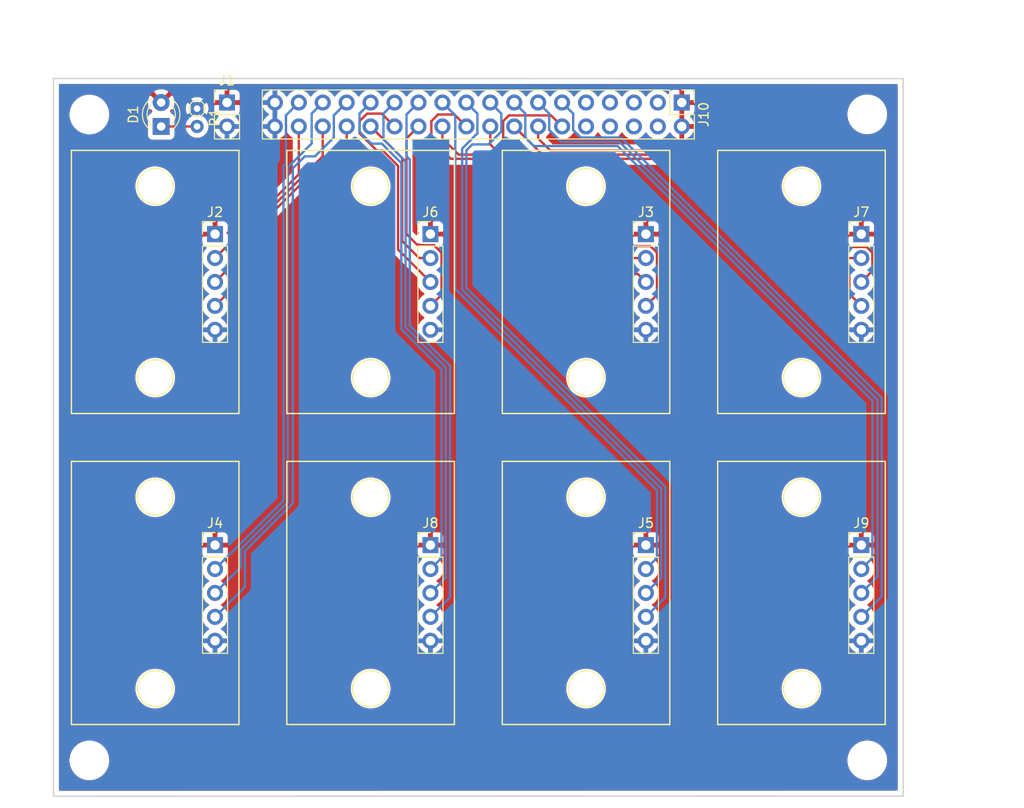
<source format=kicad_pcb>
(kicad_pcb (version 20171130) (host pcbnew "(5.1.10)-1")
  (layers (0 F.Cu signal) (31 B.Cu signal) (34 B.Paste user) (35 F.Paste user) (36 B.SilkS user) (37 F.SilkS user) (38 B.Mask user) (39 F.Mask user) (44 Edge.Cuts user))
  (net 0 "")
  (net 1 "Net-(D1-Pad1)")
  (net 2 VCC)
  (net 3 GND)
  (net 4 SW1-A)
  (net 5 SW1-B)
  (net 6 SW1-C)
  (net 7 SW3-A)
  (net 8 SW3-B)
  (net 9 SW3-C)
  (net 10 SW5-A)
  (net 11 SW5-B)
  (net 12 SW5-C)
  (net 13 SW7-A)
  (net 14 SW7-B)
  (net 15 SW7-C)
  (net 16 SW2-A)
  (net 17 SW2-B)
  (net 18 SW2-C)
  (net 19 SW4-A)
  (net 20 SW4-B)
  (net 21 SW4-C)
  (net 22 SW6-A)
  (net 23 SW6-B)
  (net 24 SW6-C)
  (net 25 SW8-A)
  (net 26 SW8-B)
  (net 27 SW8-C)
  (net 28 "Net-(J10-Pad4)")
  (net 29 "Net-(J10-Pad6)")
  (net 30 "Net-(J10-Pad8)")
  (net 31 "Net-(J10-Pad10)")
  (net 32 "Net-(J10-Pad3)")
  (net 33 "Net-(J10-Pad5)")
  (net 34 "Net-(J10-Pad7)")
  (net 35 "Net-(J10-Pad9)")
  (module Pin_Headers:Pin_Header_Straight_2x18_Pitch2.54mm (layer F.Cu) (at 139.065 60.375 270)
    (fp_text reference J10 (at 1.27 -2.33 90) (layer F.SilkS))
    (fp_text value Conn_02x14_Counter_Clockwise)
    (fp_line (start -1.33 -1.33) (end 0 -1.33) (layer F.SilkS) (width 0.12))
    (fp_line (start -1.33 0) (end -1.33 -1.33) (layer F.SilkS) (width 0.12))
    (fp_line (start 1.27 -1.33) (end 3.87 -1.33) (layer F.SilkS) (width 0.12))
    (fp_line (start 1.27 1.27) (end 1.27 -1.33) (layer F.SilkS) (width 0.12))
    (fp_line (start -1.33 1.27) (end 1.27 1.27) (layer F.SilkS) (width 0.12))
    (fp_line (start 3.87 -1.33) (end 3.87 44.51) (layer F.SilkS) (width 0.12))
    (fp_line (start -1.33 1.27) (end -1.33 44.51) (layer F.SilkS) (width 0.12))
    (fp_line (start -1.33 44.51) (end 3.87 44.51) (layer F.SilkS) (width 0.12))
    (pad 1 thru_hole rect (at 0 0 270) (size 1.7 1.7) (drill 1) (layers *.Cu *.Mask) (net 2 VCC))
    (pad 2 thru_hole oval (at 2.54 0 270) (size 1.7 1.7) (drill 1) (layers *.Cu *.Mask) (net 2 VCC))
    (pad 3 thru_hole oval (at 0 2.54 270) (size 1.7 1.7) (drill 1) (layers *.Cu *.Mask) (net 32 "Net-(J10-Pad3)"))
    (pad 4 thru_hole oval (at 2.54 2.54 270) (size 1.7 1.7) (drill 1) (layers *.Cu *.Mask) (net 28 "Net-(J10-Pad4)"))
    (pad 5 thru_hole oval (at 0 5.08 270) (size 1.7 1.7) (drill 1) (layers *.Cu *.Mask) (net 33 "Net-(J10-Pad5)"))
    (pad 6 thru_hole oval (at 2.54 5.08 270) (size 1.7 1.7) (drill 1) (layers *.Cu *.Mask) (net 29 "Net-(J10-Pad6)"))
    (pad 7 thru_hole oval (at 0 7.62 270) (size 1.7 1.7) (drill 1) (layers *.Cu *.Mask) (net 34 "Net-(J10-Pad7)"))
    (pad 8 thru_hole oval (at 2.54 7.62 270) (size 1.7 1.7) (drill 1) (layers *.Cu *.Mask) (net 30 "Net-(J10-Pad8)"))
    (pad 9 thru_hole oval (at 0 10.16 270) (size 1.7 1.7) (drill 1) (layers *.Cu *.Mask) (net 35 "Net-(J10-Pad9)"))
    (pad 10 thru_hole oval (at 2.54 10.16 270) (size 1.7 1.7) (drill 1) (layers *.Cu *.Mask) (net 31 "Net-(J10-Pad10)"))
    (pad 11 thru_hole oval (at 0 12.7 270) (size 1.7 1.7) (drill 1) (layers *.Cu *.Mask) (net 27 SW8-C))
    (pad 12 thru_hole oval (at 2.54 12.7 270) (size 1.7 1.7) (drill 1) (layers *.Cu *.Mask) (net 21 SW4-C))
    (pad 13 thru_hole oval (at 0 15.24 270) (size 1.7 1.7) (drill 1) (layers *.Cu *.Mask) (net 26 SW8-B))
    (pad 14 thru_hole oval (at 2.54 15.24 270) (size 1.7 1.7) (drill 1) (layers *.Cu *.Mask) (net 20 SW4-B))
    (pad 15 thru_hole oval (at 0 17.78 270) (size 1.7 1.7) (drill 1) (layers *.Cu *.Mask) (net 25 SW8-A))
    (pad 16 thru_hole oval (at 2.54 17.78 270) (size 1.7 1.7) (drill 1) (layers *.Cu *.Mask) (net 19 SW4-A))
    (pad 17 thru_hole oval (at 0 20.32 270) (size 1.7 1.7) (drill 1) (layers *.Cu *.Mask) (net 15 SW7-C))
    (pad 18 thru_hole oval (at 2.54 20.32 270) (size 1.7 1.7) (drill 1) (layers *.Cu *.Mask) (net 9 SW3-C))
    (pad 19 thru_hole oval (at 0 22.86 270) (size 1.7 1.7) (drill 1) (layers *.Cu *.Mask) (net 14 SW7-B))
    (pad 20 thru_hole oval (at 2.54 22.86 270) (size 1.7 1.7) (drill 1) (layers *.Cu *.Mask) (net 8 SW3-B))
    (pad 21 thru_hole oval (at 0 25.4 270) (size 1.7 1.7) (drill 1) (layers *.Cu *.Mask) (net 13 SW7-A))
    (pad 22 thru_hole oval (at 2.54 25.4 270) (size 1.7 1.7) (drill 1) (layers *.Cu *.Mask) (net 7 SW3-A))
    (pad 23 thru_hole oval (at 0 27.94 270) (size 1.7 1.7) (drill 1) (layers *.Cu *.Mask) (net 24 SW6-C))
    (pad 24 thru_hole oval (at 2.54 27.94 270) (size 1.7 1.7) (drill 1) (layers *.Cu *.Mask) (net 18 SW2-C))
    (pad 25 thru_hole oval (at 0 30.48 270) (size 1.7 1.7) (drill 1) (layers *.Cu *.Mask) (net 23 SW6-B))
    (pad 26 thru_hole oval (at 2.54 30.48 270) (size 1.7 1.7) (drill 1) (layers *.Cu *.Mask) (net 17 SW2-B))
    (pad 27 thru_hole oval (at 0 33.02 270) (size 1.7 1.7) (drill 1) (layers *.Cu *.Mask) (net 22 SW6-A))
    (pad 28 thru_hole oval (at 2.54 33.02 270) (size 1.7 1.7) (drill 1) (layers *.Cu *.Mask) (net 16 SW2-A))
    (pad 29 thru_hole oval (at 0 35.56 270) (size 1.7 1.7) (drill 1) (layers *.Cu *.Mask) (net 12 SW5-C))
    (pad 30 thru_hole oval (at 2.54 35.56 270) (size 1.7 1.7) (drill 1) (layers *.Cu *.Mask) (net 6 SW1-C))
    (pad 31 thru_hole oval (at 0 38.1 270) (size 1.7 1.7) (drill 1) (layers *.Cu *.Mask) (net 11 SW5-B))
    (pad 32 thru_hole oval (at 2.54 38.1 270) (size 1.7 1.7) (drill 1) (layers *.Cu *.Mask) (net 5 SW1-B))
    (pad 33 thru_hole oval (at 0 40.64 270) (size 1.7 1.7) (drill 1) (layers *.Cu *.Mask) (net 10 SW5-A))
    (pad 34 thru_hole oval (at 2.54 40.64 270) (size 1.7 1.7) (drill 1) (layers *.Cu *.Mask) (net 4 SW1-A))
    (pad 35 thru_hole oval (at 0 43.18 270) (size 1.7 1.7) (drill 1) (layers *.Cu *.Mask) (net 3 GND))
    (pad 36 thru_hole oval (at 2.54 43.18 270) (size 1.7 1.7) (drill 1) (layers *.Cu *.Mask) (net 3 GND))
  )
  (module Resistors_THT:R_Axial_DIN0204_L3.6mm_D1.6mm_P1.90mm_Vertical (layer F.Cu) (at 87.63 61.01 270)
    (fp_text reference R1 (at 0.95 -1.86 90) (layer F.SilkS))
    (fp_text value R)
    (fp_line (start 0.86 0) (end 0.9 0) (layer F.SilkS) (width 0.12))
    (fp_circle (center 0 0) (end 0.86 0) (layer F.SilkS) (width 0.12))
    (pad 1 thru_hole circle (at 0 0 270) (size 1.4 1.4) (drill 0.7) (layers *.Cu *.Mask) (net 3 GND))
    (pad 2 thru_hole oval (at 1.9 0 270) (size 1.4 1.4) (drill 0.7) (layers *.Cu *.Mask) (net 1 "Net-(D1-Pad1)"))
  )
  (module Pin_Headers:Pin_Header_Straight_1x05_Pitch2.54mm (layer F.Cu) (at 158.115 107.365)
    (fp_text reference J9 (at 0 -2.33) (layer F.SilkS))
    (fp_text value Conn_01x05)
    (fp_line (start -1.33 -1.33) (end 0 -1.33) (layer F.SilkS) (width 0.12))
    (fp_line (start -1.33 0) (end -1.33 -1.33) (layer F.SilkS) (width 0.12))
    (fp_line (start -1.33 1.27) (end 1.33 1.27) (layer F.SilkS) (width 0.12))
    (fp_line (start 1.33 1.27) (end 1.33 11.49) (layer F.SilkS) (width 0.12))
    (fp_line (start -1.33 1.27) (end -1.33 11.49) (layer F.SilkS) (width 0.12))
    (fp_line (start -1.33 11.49) (end 1.33 11.49) (layer F.SilkS) (width 0.12))
    (pad 1 thru_hole rect (at 0 0) (size 1.7 1.7) (drill 1) (layers *.Cu *.Mask) (net 2 VCC))
    (pad 2 thru_hole oval (at 0 2.54) (size 1.7 1.7) (drill 1) (layers *.Cu *.Mask) (net 25 SW8-A))
    (pad 3 thru_hole oval (at 0 5.08) (size 1.7 1.7) (drill 1) (layers *.Cu *.Mask) (net 26 SW8-B))
    (pad 4 thru_hole oval (at 0 7.62) (size 1.7 1.7) (drill 1) (layers *.Cu *.Mask) (net 27 SW8-C))
    (pad 5 thru_hole oval (at 0 10.16) (size 1.7 1.7) (drill 1) (layers *.Cu *.Mask) (net 3 GND))
  )
  (module Pin_Headers:Pin_Header_Straight_1x05_Pitch2.54mm (layer F.Cu) (at 112.395 107.365)
    (fp_text reference J8 (at 0 -2.33) (layer F.SilkS))
    (fp_text value Conn_01x05)
    (fp_line (start -1.33 -1.33) (end 0 -1.33) (layer F.SilkS) (width 0.12))
    (fp_line (start -1.33 0) (end -1.33 -1.33) (layer F.SilkS) (width 0.12))
    (fp_line (start -1.33 1.27) (end 1.33 1.27) (layer F.SilkS) (width 0.12))
    (fp_line (start 1.33 1.27) (end 1.33 11.49) (layer F.SilkS) (width 0.12))
    (fp_line (start -1.33 1.27) (end -1.33 11.49) (layer F.SilkS) (width 0.12))
    (fp_line (start -1.33 11.49) (end 1.33 11.49) (layer F.SilkS) (width 0.12))
    (pad 1 thru_hole rect (at 0 0) (size 1.7 1.7) (drill 1) (layers *.Cu *.Mask) (net 2 VCC))
    (pad 2 thru_hole oval (at 0 2.54) (size 1.7 1.7) (drill 1) (layers *.Cu *.Mask) (net 22 SW6-A))
    (pad 3 thru_hole oval (at 0 5.08) (size 1.7 1.7) (drill 1) (layers *.Cu *.Mask) (net 23 SW6-B))
    (pad 4 thru_hole oval (at 0 7.62) (size 1.7 1.7) (drill 1) (layers *.Cu *.Mask) (net 24 SW6-C))
    (pad 5 thru_hole oval (at 0 10.16) (size 1.7 1.7) (drill 1) (layers *.Cu *.Mask) (net 3 GND))
  )
  (module Pin_Headers:Pin_Header_Straight_1x05_Pitch2.54mm (layer F.Cu) (at 158.115 74.345)
    (fp_text reference J7 (at 0 -2.33) (layer F.SilkS))
    (fp_text value Conn_01x05)
    (fp_line (start -1.33 -1.33) (end 0 -1.33) (layer F.SilkS) (width 0.12))
    (fp_line (start -1.33 0) (end -1.33 -1.33) (layer F.SilkS) (width 0.12))
    (fp_line (start -1.33 1.27) (end 1.33 1.27) (layer F.SilkS) (width 0.12))
    (fp_line (start 1.33 1.27) (end 1.33 11.49) (layer F.SilkS) (width 0.12))
    (fp_line (start -1.33 1.27) (end -1.33 11.49) (layer F.SilkS) (width 0.12))
    (fp_line (start -1.33 11.49) (end 1.33 11.49) (layer F.SilkS) (width 0.12))
    (pad 1 thru_hole rect (at 0 0) (size 1.7 1.7) (drill 1) (layers *.Cu *.Mask) (net 2 VCC))
    (pad 2 thru_hole oval (at 0 2.54) (size 1.7 1.7) (drill 1) (layers *.Cu *.Mask) (net 19 SW4-A))
    (pad 3 thru_hole oval (at 0 5.08) (size 1.7 1.7) (drill 1) (layers *.Cu *.Mask) (net 20 SW4-B))
    (pad 4 thru_hole oval (at 0 7.62) (size 1.7 1.7) (drill 1) (layers *.Cu *.Mask) (net 21 SW4-C))
    (pad 5 thru_hole oval (at 0 10.16) (size 1.7 1.7) (drill 1) (layers *.Cu *.Mask) (net 3 GND))
  )
  (module Pin_Headers:Pin_Header_Straight_1x05_Pitch2.54mm (layer F.Cu) (at 112.395 74.345)
    (fp_text reference J6 (at 0 -2.33) (layer F.SilkS))
    (fp_text value Conn_01x05)
    (fp_line (start -1.33 -1.33) (end 0 -1.33) (layer F.SilkS) (width 0.12))
    (fp_line (start -1.33 0) (end -1.33 -1.33) (layer F.SilkS) (width 0.12))
    (fp_line (start -1.33 1.27) (end 1.33 1.27) (layer F.SilkS) (width 0.12))
    (fp_line (start 1.33 1.27) (end 1.33 11.49) (layer F.SilkS) (width 0.12))
    (fp_line (start -1.33 1.27) (end -1.33 11.49) (layer F.SilkS) (width 0.12))
    (fp_line (start -1.33 11.49) (end 1.33 11.49) (layer F.SilkS) (width 0.12))
    (pad 1 thru_hole rect (at 0 0) (size 1.7 1.7) (drill 1) (layers *.Cu *.Mask) (net 2 VCC))
    (pad 2 thru_hole oval (at 0 2.54) (size 1.7 1.7) (drill 1) (layers *.Cu *.Mask) (net 16 SW2-A))
    (pad 3 thru_hole oval (at 0 5.08) (size 1.7 1.7) (drill 1) (layers *.Cu *.Mask) (net 17 SW2-B))
    (pad 4 thru_hole oval (at 0 7.62) (size 1.7 1.7) (drill 1) (layers *.Cu *.Mask) (net 18 SW2-C))
    (pad 5 thru_hole oval (at 0 10.16) (size 1.7 1.7) (drill 1) (layers *.Cu *.Mask) (net 3 GND))
  )
  (module Pin_Headers:Pin_Header_Straight_1x05_Pitch2.54mm (layer F.Cu) (at 135.255 107.365)
    (fp_text reference J5 (at 0 -2.33) (layer F.SilkS))
    (fp_text value Conn_01x05)
    (fp_line (start -1.33 -1.33) (end 0 -1.33) (layer F.SilkS) (width 0.12))
    (fp_line (start -1.33 0) (end -1.33 -1.33) (layer F.SilkS) (width 0.12))
    (fp_line (start -1.33 1.27) (end 1.33 1.27) (layer F.SilkS) (width 0.12))
    (fp_line (start 1.33 1.27) (end 1.33 11.49) (layer F.SilkS) (width 0.12))
    (fp_line (start -1.33 1.27) (end -1.33 11.49) (layer F.SilkS) (width 0.12))
    (fp_line (start -1.33 11.49) (end 1.33 11.49) (layer F.SilkS) (width 0.12))
    (pad 1 thru_hole rect (at 0 0) (size 1.7 1.7) (drill 1) (layers *.Cu *.Mask) (net 2 VCC))
    (pad 2 thru_hole oval (at 0 2.54) (size 1.7 1.7) (drill 1) (layers *.Cu *.Mask) (net 13 SW7-A))
    (pad 3 thru_hole oval (at 0 5.08) (size 1.7 1.7) (drill 1) (layers *.Cu *.Mask) (net 14 SW7-B))
    (pad 4 thru_hole oval (at 0 7.62) (size 1.7 1.7) (drill 1) (layers *.Cu *.Mask) (net 15 SW7-C))
    (pad 5 thru_hole oval (at 0 10.16) (size 1.7 1.7) (drill 1) (layers *.Cu *.Mask) (net 3 GND))
  )
  (module Pin_Headers:Pin_Header_Straight_1x05_Pitch2.54mm (layer F.Cu) (at 89.535 107.365)
    (fp_text reference J4 (at 0 -2.33) (layer F.SilkS))
    (fp_text value Conn_01x05)
    (fp_line (start -1.33 -1.33) (end 0 -1.33) (layer F.SilkS) (width 0.12))
    (fp_line (start -1.33 0) (end -1.33 -1.33) (layer F.SilkS) (width 0.12))
    (fp_line (start -1.33 1.27) (end 1.33 1.27) (layer F.SilkS) (width 0.12))
    (fp_line (start 1.33 1.27) (end 1.33 11.49) (layer F.SilkS) (width 0.12))
    (fp_line (start -1.33 1.27) (end -1.33 11.49) (layer F.SilkS) (width 0.12))
    (fp_line (start -1.33 11.49) (end 1.33 11.49) (layer F.SilkS) (width 0.12))
    (pad 1 thru_hole rect (at 0 0) (size 1.7 1.7) (drill 1) (layers *.Cu *.Mask) (net 2 VCC))
    (pad 2 thru_hole oval (at 0 2.54) (size 1.7 1.7) (drill 1) (layers *.Cu *.Mask) (net 10 SW5-A))
    (pad 3 thru_hole oval (at 0 5.08) (size 1.7 1.7) (drill 1) (layers *.Cu *.Mask) (net 11 SW5-B))
    (pad 4 thru_hole oval (at 0 7.62) (size 1.7 1.7) (drill 1) (layers *.Cu *.Mask) (net 12 SW5-C))
    (pad 5 thru_hole oval (at 0 10.16) (size 1.7 1.7) (drill 1) (layers *.Cu *.Mask) (net 3 GND))
  )
  (module Pin_Headers:Pin_Header_Straight_1x05_Pitch2.54mm (layer F.Cu) (at 135.255 74.345)
    (fp_text reference J3 (at 0 -2.33) (layer F.SilkS))
    (fp_text value Conn_01x05)
    (fp_line (start -1.33 -1.33) (end 0 -1.33) (layer F.SilkS) (width 0.12))
    (fp_line (start -1.33 0) (end -1.33 -1.33) (layer F.SilkS) (width 0.12))
    (fp_line (start -1.33 1.27) (end 1.33 1.27) (layer F.SilkS) (width 0.12))
    (fp_line (start 1.33 1.27) (end 1.33 11.49) (layer F.SilkS) (width 0.12))
    (fp_line (start -1.33 1.27) (end -1.33 11.49) (layer F.SilkS) (width 0.12))
    (fp_line (start -1.33 11.49) (end 1.33 11.49) (layer F.SilkS) (width 0.12))
    (pad 1 thru_hole rect (at 0 0) (size 1.7 1.7) (drill 1) (layers *.Cu *.Mask) (net 2 VCC))
    (pad 2 thru_hole oval (at 0 2.54) (size 1.7 1.7) (drill 1) (layers *.Cu *.Mask) (net 7 SW3-A))
    (pad 3 thru_hole oval (at 0 5.08) (size 1.7 1.7) (drill 1) (layers *.Cu *.Mask) (net 8 SW3-B))
    (pad 4 thru_hole oval (at 0 7.62) (size 1.7 1.7) (drill 1) (layers *.Cu *.Mask) (net 9 SW3-C))
    (pad 5 thru_hole oval (at 0 10.16) (size 1.7 1.7) (drill 1) (layers *.Cu *.Mask) (net 3 GND))
  )
  (module Pin_Headers:Pin_Header_Straight_1x05_Pitch2.54mm (layer F.Cu) (at 89.535 74.345)
    (fp_text reference J2 (at 0 -2.33) (layer F.SilkS))
    (fp_text value Conn_01x05)
    (fp_line (start -1.33 -1.33) (end 0 -1.33) (layer F.SilkS) (width 0.12))
    (fp_line (start -1.33 0) (end -1.33 -1.33) (layer F.SilkS) (width 0.12))
    (fp_line (start -1.33 1.27) (end 1.33 1.27) (layer F.SilkS) (width 0.12))
    (fp_line (start 1.33 1.27) (end 1.33 11.49) (layer F.SilkS) (width 0.12))
    (fp_line (start -1.33 1.27) (end -1.33 11.49) (layer F.SilkS) (width 0.12))
    (fp_line (start -1.33 11.49) (end 1.33 11.49) (layer F.SilkS) (width 0.12))
    (pad 1 thru_hole rect (at 0 0) (size 1.7 1.7) (drill 1) (layers *.Cu *.Mask) (net 2 VCC))
    (pad 2 thru_hole oval (at 0 2.54) (size 1.7 1.7) (drill 1) (layers *.Cu *.Mask) (net 4 SW1-A))
    (pad 3 thru_hole oval (at 0 5.08) (size 1.7 1.7) (drill 1) (layers *.Cu *.Mask) (net 5 SW1-B))
    (pad 4 thru_hole oval (at 0 7.62) (size 1.7 1.7) (drill 1) (layers *.Cu *.Mask) (net 6 SW1-C))
    (pad 5 thru_hole oval (at 0 10.16) (size 1.7 1.7) (drill 1) (layers *.Cu *.Mask) (net 3 GND))
  )
  (module Pin_Headers:Pin_Header_Straight_1x02_Pitch2.54mm (layer F.Cu) (at 90.805 60.375)
    (fp_text reference J1 (at 0 -2.33) (layer F.SilkS))
    (fp_text value Conn_01x02)
    (fp_line (start -1.33 -1.33) (end 0 -1.33) (layer F.SilkS) (width 0.12))
    (fp_line (start -1.33 0) (end -1.33 -1.33) (layer F.SilkS) (width 0.12))
    (fp_line (start -1.33 1.27) (end 1.33 1.27) (layer F.SilkS) (width 0.12))
    (fp_line (start 1.33 1.27) (end 1.33 3.87) (layer F.SilkS) (width 0.12))
    (fp_line (start -1.33 1.27) (end -1.33 3.87) (layer F.SilkS) (width 0.12))
    (fp_line (start -1.33 3.87) (end 1.33 3.87) (layer F.SilkS) (width 0.12))
    (pad 1 thru_hole rect (at 0 0) (size 1.7 1.7) (drill 1) (layers *.Cu *.Mask) (net 2 VCC))
    (pad 2 thru_hole oval (at 0 2.54) (size 1.7 1.7) (drill 1) (layers *.Cu *.Mask) (net 3 GND))
  )
  (module LEDs:LED_D3.0mm (layer F.Cu) (at 83.82 62.915 90)
    (fp_text reference D1 (at 1.27 -2.96 90) (layer F.SilkS))
    (fp_text value LED)
    (fp_line (start -0.29 1.08) (end -0.29 1.236) (layer F.SilkS) (width 0.12))
    (fp_line (start -0.29 -1.236) (end -0.29 -1.08) (layer F.SilkS) (width 0.12))
    (fp_arc (start 1.27 0) (end -0.29 -1.235516) (angle 108.8) (layer F.SilkS) (width 0.12))
    (fp_arc (start 1.27 0) (end -0.29 1.235516) (angle -108.8) (layer F.SilkS) (width 0.12))
    (fp_arc (start 1.27 0) (end 0.229039 -1.08) (angle 87.9) (layer F.SilkS) (width 0.12))
    (fp_arc (start 1.27 0) (end 0.229039 1.08) (angle -87.9) (layer F.SilkS) (width 0.12))
    (pad 1 thru_hole rect (at 0 0 90) (size 1.8 1.8) (drill 0.9) (layers *.Cu *.Mask) (net 1 "Net-(D1-Pad1)"))
    (pad 2 thru_hole circle (at 2.54 0 90) (size 1.8 1.8) (drill 0.9) (layers *.Cu *.Mask) (net 2 VCC))
  )
  (module Mounting_Holes:MountingHole_3.2mm_M3 (layer F.Cu) (at 158.75 130.225)
    (fp_text reference REF** hide)
    (fp_text value MountingHole_3.2mm_M3)
    (pad 1 np_thru_hole circle (at 0 0) (size 3.2 3.2) (drill 3.2) (layers *.Cu *.Mask))
  )
  (module Mounting_Holes:MountingHole_3.2mm_M3 (layer F.Cu) (at 158.75 61.63)
    (fp_text reference REF** hide)
    (fp_text value MountingHole_3.2mm_M3)
    (pad 1 np_thru_hole circle (at 0 0) (size 3.2 3.2) (drill 3.2) (layers *.Cu *.Mask))
  )
  (module Mounting_Holes:MountingHole_3.2mm_M3 (layer F.Cu) (at 76.2 130.225)
    (fp_text reference REF** hide)
    (fp_text value MountingHole_3.2mm_M3)
    (pad 1 np_thru_hole circle (at 0 0) (size 3.2 3.2) (drill 3.2) (layers *.Cu *.Mask))
  )
  (module Mounting_Holes:MountingHole_3.2mm_M3 (layer F.Cu) (at 76.2 61.645)
    (fp_text reference REF** hide)
    (fp_text value MountingHole_3.2mm_M3)
    (pad 1 np_thru_hole circle (at 0 0) (size 3.2 3.2) (drill 3.2) (layers *.Cu *.Mask))
  )
  (module Mounting_Holes:MountingHole_3.2mm_M3 (layer F.Cu) (at 128.905 122.605)
    (fp_text reference REF** hide)
    (fp_text value MountingHole_3.2mm_M3)
    (pad 1 np_thru_hole circle (at 0 0) (size 3.2 3.2) (drill 3.2) (layers *.Cu *.Mask))
  )
  (module Mounting_Holes:MountingHole_3.2mm_M3 (layer F.Cu) (at 128.905 102.285)
    (fp_text reference REF** hide)
    (fp_text value MountingHole_3.2mm_M3)
    (pad 1 np_thru_hole circle (at 0 0) (size 3.2 3.2) (drill 3.2) (layers *.Cu *.Mask))
  )
  (module Mounting_Holes:MountingHole_3.2mm_M3 (layer F.Cu) (at 106.045 122.605)
    (fp_text reference REF** hide)
    (fp_text value MountingHole_3.2mm_M3)
    (pad 1 np_thru_hole circle (at 0 0) (size 3.2 3.2) (drill 3.2) (layers *.Cu *.Mask))
  )
  (module Mounting_Holes:MountingHole_3.2mm_M3 (layer F.Cu) (at 106.045 102.285)
    (fp_text reference REF** hide)
    (fp_text value MountingHole_3.2mm_M3)
    (pad 1 np_thru_hole circle (at 0 0) (size 3.2 3.2) (drill 3.2) (layers *.Cu *.Mask))
  )
  (module Mounting_Holes:MountingHole_3.2mm_M3 (layer F.Cu) (at 128.905 89.585)
    (fp_text reference REF** hide)
    (fp_text value MountingHole_3.2mm_M3)
    (pad 1 np_thru_hole circle (at 0 0) (size 3.2 3.2) (drill 3.2) (layers *.Cu *.Mask))
  )
  (module Mounting_Holes:MountingHole_3.2mm_M3 (layer F.Cu) (at 128.905 69.265)
    (fp_text reference REF** hide)
    (fp_text value MountingHole_3.2mm_M3)
    (pad 1 np_thru_hole circle (at 0 0) (size 3.2 3.2) (drill 3.2) (layers *.Cu *.Mask))
  )
  (module Mounting_Holes:MountingHole_3.2mm_M3 (layer F.Cu) (at 106.045 89.585)
    (fp_text reference REF** hide)
    (fp_text value MountingHole_3.2mm_M3)
    (pad 1 np_thru_hole circle (at 0 0) (size 3.2 3.2) (drill 3.2) (layers *.Cu *.Mask))
  )
  (module Mounting_Holes:MountingHole_3.2mm_M3 (layer F.Cu) (at 106.045 69.265)
    (fp_text reference REF** hide)
    (fp_text value MountingHole_3.2mm_M3)
    (pad 1 np_thru_hole circle (at 0 0) (size 3.2 3.2) (drill 3.2) (layers *.Cu *.Mask))
  )
  (module Mounting_Holes:MountingHole_3.2mm_M3 (layer F.Cu) (at 151.765 89.585)
    (fp_text reference REF** hide)
    (fp_text value MountingHole_3.2mm_M3)
    (pad 1 np_thru_hole circle (at 0 0) (size 3.2 3.2) (drill 3.2) (layers *.Cu *.Mask))
  )
  (module Mounting_Holes:MountingHole_3.2mm_M3 (layer F.Cu) (at 151.765 69.265)
    (fp_text reference REF** hide)
    (fp_text value MountingHole_3.2mm_M3)
    (pad 1 np_thru_hole circle (at 0 0) (size 3.2 3.2) (drill 3.2) (layers *.Cu *.Mask))
  )
  (module Mounting_Holes:MountingHole_3.2mm_M3 (layer F.Cu) (at 151.765 122.605)
    (fp_text reference REF** hide)
    (fp_text value MountingHole_3.2mm_M3)
    (pad 1 np_thru_hole circle (at 0 0) (size 3.2 3.2) (drill 3.2) (layers *.Cu *.Mask))
  )
  (module Mounting_Holes:MountingHole_3.2mm_M3 (layer F.Cu) (at 151.765 102.285)
    (fp_text reference REF** hide)
    (fp_text value MountingHole_3.2mm_M3)
    (pad 1 np_thru_hole circle (at 0 0) (size 3.2 3.2) (drill 3.2) (layers *.Cu *.Mask))
  )
  (module Mounting_Holes:MountingHole_3.2mm_M3 (layer F.Cu) (at 83.185 122.605)
    (fp_text reference REF** hide)
    (fp_text value MountingHole_3.2mm_M3)
    (pad 1 np_thru_hole circle (at 0 0) (size 3.2 3.2) (drill 3.2) (layers *.Cu *.Mask))
  )
  (module Mounting_Holes:MountingHole_3.2mm_M3 (layer F.Cu) (at 83.185 102.285)
    (fp_text reference REF** hide)
    (fp_text value MountingHole_3.2mm_M3)
    (pad 1 np_thru_hole circle (at 0 0) (size 3.2 3.2) (drill 3.2) (layers *.Cu *.Mask))
  )
  (module Mounting_Holes:MountingHole_3.2mm_M3 (layer F.Cu) (at 83.185 89.585)
    (fp_text reference REF** hide)
    (fp_text value MountingHole_3.2mm_M3)
    (pad 1 np_thru_hole circle (at 0 0) (size 3.2 3.2) (drill 3.2) (layers *.Cu *.Mask))
  )
  (module Mounting_Holes:MountingHole_3.2mm_M3 (layer F.Cu) (at 83.185 69.265)
    (fp_text reference REF** hide)
    (fp_text value MountingHole_3.2mm_M3)
    (pad 1 np_thru_hole circle (at 0 0) (size 3.2 3.2) (drill 3.2) (layers *.Cu *.Mask))
  )
  (gr_line (start 120.015 98.475) (end 137.795 98.475) (layer F.SilkS) (width 0.15))
  (gr_line (start 137.795 98.475) (end 137.795 126.415) (layer F.SilkS) (width 0.15))
  (gr_line (start 120.015 126.415) (end 120.015 98.475) (layer F.SilkS) (width 0.15))
  (gr_circle (center 128.905 122.605) (end 130.81 122.605) (layer F.SilkS) (width 0.15))
  (gr_circle (center 128.905 102.285) (end 130.81 102.285) (layer F.SilkS) (width 0.15))
  (gr_line (start 137.795 126.415) (end 120.015 126.415) (layer F.SilkS) (width 0.15))
  (gr_line (start 97.155 98.475) (end 114.935 98.475) (layer F.SilkS) (width 0.15))
  (gr_line (start 114.935 98.475) (end 114.935 126.415) (layer F.SilkS) (width 0.15))
  (gr_line (start 97.155 126.415) (end 97.155 98.475) (layer F.SilkS) (width 0.15))
  (gr_circle (center 106.045 122.605) (end 107.95 122.605) (layer F.SilkS) (width 0.15))
  (gr_circle (center 106.045 102.285) (end 107.95 102.285) (layer F.SilkS) (width 0.15))
  (gr_line (start 114.935 126.415) (end 97.155 126.415) (layer F.SilkS) (width 0.15))
  (gr_line (start 120.015 65.455) (end 137.795 65.455) (layer F.SilkS) (width 0.15))
  (gr_line (start 137.795 65.455) (end 137.795 93.395) (layer F.SilkS) (width 0.15))
  (gr_line (start 120.015 93.395) (end 120.015 65.455) (layer F.SilkS) (width 0.15))
  (gr_circle (center 128.905 89.585) (end 130.81 89.585) (layer F.SilkS) (width 0.15))
  (gr_circle (center 128.905 69.265) (end 130.81 69.265) (layer F.SilkS) (width 0.15))
  (gr_line (start 137.795 93.395) (end 120.015 93.395) (layer F.SilkS) (width 0.15))
  (gr_line (start 97.155 65.455) (end 114.935 65.455) (layer F.SilkS) (width 0.15))
  (gr_line (start 114.935 65.455) (end 114.935 93.395) (layer F.SilkS) (width 0.15))
  (gr_line (start 97.155 93.395) (end 97.155 65.455) (layer F.SilkS) (width 0.15))
  (gr_circle (center 106.045 89.585) (end 107.95 89.585) (layer F.SilkS) (width 0.15))
  (gr_circle (center 106.045 69.265) (end 107.95 69.265) (layer F.SilkS) (width 0.15))
  (gr_line (start 114.935 93.395) (end 97.155 93.395) (layer F.SilkS) (width 0.15))
  (gr_line (start 142.875 65.455) (end 160.655 65.455) (layer F.SilkS) (width 0.15))
  (gr_line (start 160.655 65.455) (end 160.655 93.395) (layer F.SilkS) (width 0.15))
  (gr_line (start 142.875 93.395) (end 142.875 65.455) (layer F.SilkS) (width 0.15))
  (gr_circle (center 151.765 89.585) (end 153.67 89.585) (layer F.SilkS) (width 0.15))
  (gr_circle (center 151.765 69.265) (end 153.67 69.265) (layer F.SilkS) (width 0.15))
  (gr_line (start 160.655 93.395) (end 142.875 93.395) (layer F.SilkS) (width 0.15))
  (gr_line (start 142.875 98.475) (end 160.655 98.475) (layer F.SilkS) (width 0.15))
  (gr_line (start 160.655 98.475) (end 160.655 126.415) (layer F.SilkS) (width 0.15))
  (gr_line (start 142.875 126.415) (end 142.875 98.475) (layer F.SilkS) (width 0.15))
  (gr_circle (center 151.765 122.605) (end 153.67 122.605) (layer F.SilkS) (width 0.15))
  (gr_circle (center 151.765 102.285) (end 153.67 102.285) (layer F.SilkS) (width 0.15))
  (gr_line (start 160.655 126.415) (end 142.875 126.415) (layer F.SilkS) (width 0.15))
  (gr_line (start 74.295 98.475) (end 92.075 98.475) (layer F.SilkS) (width 0.15))
  (gr_line (start 92.075 98.475) (end 92.075 126.415) (layer F.SilkS) (width 0.15))
  (gr_line (start 74.295 126.415) (end 74.295 98.475) (layer F.SilkS) (width 0.15))
  (gr_circle (center 83.185 122.605) (end 85.09 122.605) (layer F.SilkS) (width 0.15))
  (gr_circle (center 83.185 102.285) (end 85.09 102.285) (layer F.SilkS) (width 0.15))
  (gr_line (start 92.075 126.415) (end 74.295 126.415) (layer F.SilkS) (width 0.15))
  (gr_line (start 74.295 65.455) (end 92.075 65.455) (layer F.SilkS) (width 0.15))
  (gr_line (start 92.075 65.455) (end 92.075 93.395) (layer F.SilkS) (width 0.15))
  (gr_line (start 74.295 93.395) (end 74.295 65.455) (layer F.SilkS) (width 0.15))
  (gr_circle (center 83.185 89.585) (end 85.09 89.585) (layer F.SilkS) (width 0.15))
  (gr_circle (center 83.185 69.265) (end 85.09 69.265) (layer F.SilkS) (width 0.15))
  (gr_line (start 92.075 93.395) (end 74.295 93.395) (layer F.SilkS) (width 0.15))
  (gr_line (start 162.56 57.835) (end 72.39 57.82) (layer Edge.Cuts) (width 0.15))
  (gr_line (start 162.56 134.02) (end 162.56 57.835) (layer Edge.Cuts) (width 0.15))
  (gr_line (start 72.39 134.035) (end 162.56 134.02) (layer Edge.Cuts) (width 0.15))
  (gr_line (start 72.39 57.82) (end 72.39 134.035) (layer Edge.Cuts) (width 0.15))
  (segment (start 87.625 62.915) (end 87.63 62.91) (width 0.25) (layer F.Cu) (net 1))
  (segment (start 83.82 62.915) (end 87.625 62.915) (width 0.25) (layer F.Cu) (net 1))
  (segment (start 89.535 76.885) (end 89.535 76.882178) (width 0.25) (layer F.Cu) (net 4))
  (segment (start 89.535 76.882178) (end 98.425 67.992178) (width 0.25) (layer F.Cu) (net 4))
  (segment (start 98.425 67.992178) (end 98.425 64.117081) (width 0.25) (layer F.Cu) (net 4))
  (segment (start 98.425 64.117081) (end 98.425 62.915) (width 0.25) (layer F.Cu) (net 4))
  (segment (start 92.259989 76.700011) (end 92.259989 74.7936) (width 0.25) (layer F.Cu) (net 5))
  (segment (start 100.965 64.117081) (end 100.965 62.915) (width 0.25) (layer F.Cu) (net 5))
  (segment (start 92.259989 74.7936) (end 100.965 66.088589) (width 0.25) (layer F.Cu) (net 5))
  (segment (start 100.965 66.088589) (end 100.965 64.117081) (width 0.25) (layer F.Cu) (net 5))
  (segment (start 89.535 79.425) (end 92.259989 76.700011) (width 0.25) (layer F.Cu) (net 5))
  (segment (start 89.535 81.965) (end 92.71 78.79) (width 0.25) (layer F.Cu) (net 6))
  (segment (start 92.71 78.79) (end 92.71 74.98) (width 0.25) (layer F.Cu) (net 6))
  (segment (start 103.505 64.185) (end 103.505 62.915) (width 0.25) (layer F.Cu) (net 6))
  (segment (start 92.71 74.98) (end 103.505 64.185) (width 0.25) (layer F.Cu) (net 6))
  (segment (start 113.665 64.185) (end 113.665 62.915) (width 0.25) (layer F.Cu) (net 7))
  (segment (start 115.3836 65.9036) (end 113.665 64.185) (width 0.25) (layer F.Cu) (net 7))
  (segment (start 121.657166 65.9036) (end 115.3836 65.9036) (width 0.25) (layer F.Cu) (net 7))
  (segment (start 132.638565 76.885) (end 121.657166 65.9036) (width 0.25) (layer F.Cu) (net 7))
  (segment (start 135.255 76.885) (end 132.638565 76.885) (width 0.25) (layer F.Cu) (net 7))
  (segment (start 113.195998 61.645) (end 114.935 61.645) (width 0.25) (layer F.Cu) (net 8))
  (segment (start 112.489999 64.279999) (end 112.489999 62.350999) (width 0.25) (layer F.Cu) (net 8))
  (segment (start 112.489999 62.350999) (end 113.195998 61.645) (width 0.25) (layer F.Cu) (net 8))
  (segment (start 133.692155 78.575001) (end 121.470766 66.353611) (width 0.25) (layer F.Cu) (net 8))
  (segment (start 114.935 61.645) (end 116.205 62.915) (width 0.25) (layer F.Cu) (net 8))
  (segment (start 114.563611 66.353611) (end 112.489999 64.279999) (width 0.25) (layer F.Cu) (net 8))
  (segment (start 121.470766 66.353611) (end 114.563611 66.353611) (width 0.25) (layer F.Cu) (net 8))
  (segment (start 134.405001 78.575001) (end 133.692155 78.575001) (width 0.25) (layer F.Cu) (net 8))
  (segment (start 135.255 79.425) (end 134.405001 78.575001) (width 0.25) (layer F.Cu) (net 8))
  (segment (start 136.430001 76.320999) (end 136.430001 80.789999) (width 0.25) (layer F.Cu) (net 9))
  (segment (start 135.724002 75.615) (end 136.430001 76.320999) (width 0.25) (layer F.Cu) (net 9))
  (segment (start 136.430001 80.789999) (end 135.255 81.965) (width 0.25) (layer F.Cu) (net 9))
  (segment (start 132.082822 75.615) (end 135.724002 75.615) (width 0.25) (layer F.Cu) (net 9))
  (segment (start 121.921411 65.453589) (end 119.378589 65.453589) (width 0.25) (layer F.Cu) (net 9))
  (segment (start 121.921411 65.453589) (end 132.082822 75.615) (width 0.25) (layer F.Cu) (net 9))
  (segment (start 118.745 64.82) (end 118.745 62.915) (width 0.25) (layer F.Cu) (net 9))
  (segment (start 119.378589 65.453589) (end 118.745 64.82) (width 0.25) (layer F.Cu) (net 9))
  (segment (start 97.063599 61.736401) (end 98.425 60.375) (width 0.25) (layer B.Cu) (net 10))
  (segment (start 97.063599 66.813579) (end 97.063599 61.736401) (width 0.25) (layer B.Cu) (net 10))
  (segment (start 96.799988 67.07719) (end 97.063599 66.813579) (width 0.25) (layer B.Cu) (net 10))
  (segment (start 89.535 109.905) (end 89.535 109.90218) (width 0.25) (layer B.Cu) (net 10))
  (segment (start 96.799988 102.637192) (end 96.799988 67.07719) (width 0.25) (layer B.Cu) (net 10))
  (segment (start 89.535 109.90218) (end 96.799988 102.637192) (width 0.25) (layer B.Cu) (net 10))
  (segment (start 99.789999 64.72359) (end 99.789999 61.550001) (width 0.25) (layer B.Cu) (net 11))
  (segment (start 97.249999 67.26359) (end 99.789999 64.72359) (width 0.25) (layer B.Cu) (net 11))
  (segment (start 99.789999 61.550001) (end 100.965 60.375) (width 0.25) (layer B.Cu) (net 11))
  (segment (start 92.259989 107.8136) (end 97.249999 102.823591) (width 0.25) (layer B.Cu) (net 11))
  (segment (start 92.259989 109.720011) (end 92.259989 107.8136) (width 0.25) (layer B.Cu) (net 11))
  (segment (start 97.249999 102.823591) (end 97.249999 67.26359) (width 0.25) (layer B.Cu) (net 11))
  (segment (start 89.535 112.445) (end 92.259989 109.720011) (width 0.25) (layer B.Cu) (net 11))
  (segment (start 102.140001 61.739999) (end 103.505 60.375) (width 0.25) (layer B.Cu) (net 12))
  (segment (start 89.535 114.985) (end 92.71 111.81) (width 0.25) (layer B.Cu) (net 12))
  (segment (start 92.71 111.81) (end 92.71 108) (width 0.25) (layer B.Cu) (net 12))
  (segment (start 92.71 108) (end 97.79 102.92) (width 0.25) (layer B.Cu) (net 12))
  (segment (start 97.79 102.92) (end 97.79 67.36) (width 0.25) (layer B.Cu) (net 12))
  (segment (start 97.79 67.36) (end 99.06 66.09) (width 0.25) (layer B.Cu) (net 12))
  (segment (start 100.140002 66.09) (end 102.140001 64.090001) (width 0.25) (layer B.Cu) (net 12))
  (segment (start 99.06 66.09) (end 100.140002 66.09) (width 0.25) (layer B.Cu) (net 12))
  (segment (start 102.140001 64.090001) (end 102.140001 61.739999) (width 0.25) (layer B.Cu) (net 12))
  (segment (start 115.029999 80.157821) (end 115.029999 61.739999) (width 0.25) (layer B.Cu) (net 13))
  (segment (start 115.029999 61.739999) (end 113.665 60.375) (width 0.25) (layer B.Cu) (net 13))
  (segment (start 136.430001 101.557823) (end 115.029999 80.157821) (width 0.25) (layer B.Cu) (net 13))
  (segment (start 136.430001 108.729999) (end 136.430001 101.557823) (width 0.25) (layer B.Cu) (net 13))
  (segment (start 135.255 109.905) (end 136.430001 108.729999) (width 0.25) (layer B.Cu) (net 13))
  (segment (start 136.880012 110.819988) (end 136.880012 101.371423) (width 0.25) (layer B.Cu) (net 14))
  (segment (start 115.754989 65.2686) (end 117.380001 63.643588) (width 0.25) (layer B.Cu) (net 14))
  (segment (start 117.380001 63.643588) (end 117.380001 61.550001) (width 0.25) (layer B.Cu) (net 14))
  (segment (start 135.255 112.445) (end 136.880012 110.819988) (width 0.25) (layer B.Cu) (net 14))
  (segment (start 136.880012 101.371423) (end 115.754989 80.2464) (width 0.25) (layer B.Cu) (net 14))
  (segment (start 117.380001 61.550001) (end 116.205 60.375) (width 0.25) (layer B.Cu) (net 14))
  (segment (start 115.754989 80.2464) (end 115.754989 65.2686) (width 0.25) (layer B.Cu) (net 14))
  (segment (start 137.330021 112.909978) (end 135.255 114.985) (width 0.25) (layer B.Cu) (net 15))
  (segment (start 137.330021 101.185021) (end 137.330021 112.909978) (width 0.25) (layer B.Cu) (net 15))
  (segment (start 116.205 65.455) (end 116.205 80.06) (width 0.25) (layer B.Cu) (net 15))
  (segment (start 116.84 64.82) (end 116.205 65.455) (width 0.25) (layer B.Cu) (net 15))
  (segment (start 116.205 80.06) (end 137.330021 101.185021) (width 0.25) (layer B.Cu) (net 15))
  (segment (start 118.555002 64.82) (end 116.84 64.82) (width 0.25) (layer B.Cu) (net 15))
  (segment (start 119.920001 63.455001) (end 118.555002 64.82) (width 0.25) (layer B.Cu) (net 15))
  (segment (start 119.920001 61.550001) (end 119.920001 63.455001) (width 0.25) (layer B.Cu) (net 15))
  (segment (start 118.745 60.375) (end 119.920001 61.550001) (width 0.25) (layer B.Cu) (net 15))
  (segment (start 109.404991 66.274991) (end 106.045 62.915) (width 0.25) (layer F.Cu) (net 16))
  (segment (start 109.404991 75.097072) (end 109.404991 66.274991) (width 0.25) (layer F.Cu) (net 16))
  (segment (start 111.192919 76.885) (end 109.404991 75.097072) (width 0.25) (layer F.Cu) (net 16))
  (segment (start 112.395 76.885) (end 111.192919 76.885) (width 0.25) (layer F.Cu) (net 16))
  (segment (start 107.220001 61.550001) (end 108.585 62.915) (width 0.25) (layer F.Cu) (net 17))
  (segment (start 105.670997 61.550001) (end 107.220001 61.550001) (width 0.25) (layer F.Cu) (net 17))
  (segment (start 104.869999 62.350999) (end 105.670997 61.550001) (width 0.25) (layer F.Cu) (net 17))
  (segment (start 106.68 65.455) (end 104.869999 63.644999) (width 0.25) (layer F.Cu) (net 17))
  (segment (start 108.95498 67.09498) (end 107.315 65.455) (width 0.25) (layer F.Cu) (net 17))
  (segment (start 107.315 65.455) (end 106.68 65.455) (width 0.25) (layer F.Cu) (net 17))
  (segment (start 108.95498 75.98498) (end 108.95498 67.09498) (width 0.25) (layer F.Cu) (net 17))
  (segment (start 112.395 79.425) (end 108.95498 75.98498) (width 0.25) (layer F.Cu) (net 17))
  (segment (start 104.869999 63.644999) (end 104.869999 62.350999) (width 0.25) (layer F.Cu) (net 17))
  (segment (start 112.769003 75.520001) (end 111.284999 75.520001) (width 0.25) (layer F.Cu) (net 18))
  (segment (start 113.570001 76.320999) (end 112.769003 75.520001) (width 0.25) (layer F.Cu) (net 18))
  (segment (start 113.570001 80.789999) (end 113.570001 76.320999) (width 0.25) (layer F.Cu) (net 18))
  (segment (start 112.395 81.965) (end 113.570001 80.789999) (width 0.25) (layer F.Cu) (net 18))
  (segment (start 111.219999 75.455001) (end 110.965001 75.455001) (width 0.25) (layer F.Cu) (net 18))
  (segment (start 111.284999 75.520001) (end 111.219999 75.455001) (width 0.25) (layer F.Cu) (net 18))
  (segment (start 110.965001 75.455001) (end 109.855 74.345) (width 0.25) (layer F.Cu) (net 18))
  (segment (start 109.855 64.185) (end 111.125 62.915) (width 0.25) (layer F.Cu) (net 18))
  (segment (start 109.855 74.345) (end 109.855 64.185) (width 0.25) (layer F.Cu) (net 18))
  (segment (start 154.30641 76.885) (end 158.115 76.885) (width 0.25) (layer F.Cu) (net 19))
  (segment (start 124.275011 65.905011) (end 143.326422 65.905011) (width 0.25) (layer F.Cu) (net 19))
  (segment (start 143.326422 65.905011) (end 154.30641 76.885) (width 0.25) (layer F.Cu) (net 19))
  (segment (start 124.275011 65.905011) (end 121.285 62.915) (width 0.25) (layer F.Cu) (net 19))
  (segment (start 123.825 64.185) (end 123.825 62.915) (width 0.25) (layer F.Cu) (net 20))
  (segment (start 143.512822 65.455) (end 125.095 65.455) (width 0.25) (layer F.Cu) (net 20))
  (segment (start 153.767819 75.709999) (end 143.512822 65.455) (width 0.25) (layer F.Cu) (net 20))
  (segment (start 125.095 65.455) (end 123.825 64.185) (width 0.25) (layer F.Cu) (net 20))
  (segment (start 158.679001 75.709999) (end 153.767819 75.709999) (width 0.25) (layer F.Cu) (net 20))
  (segment (start 159.290001 76.320999) (end 158.679001 75.709999) (width 0.25) (layer F.Cu) (net 20))
  (segment (start 159.290001 78.249999) (end 159.290001 76.320999) (width 0.25) (layer F.Cu) (net 20))
  (segment (start 158.115 79.425) (end 159.290001 78.249999) (width 0.25) (layer F.Cu) (net 20))
  (segment (start 125.189999 61.739999) (end 126.365 62.915) (width 0.25) (layer F.Cu) (net 21))
  (segment (start 120.720999 61.739999) (end 125.189999 61.739999) (width 0.25) (layer F.Cu) (net 21))
  (segment (start 120.109999 62.350999) (end 120.720999 61.739999) (width 0.25) (layer F.Cu) (net 21))
  (segment (start 120.109999 64.279999) (end 120.109999 62.350999) (width 0.25) (layer F.Cu) (net 21))
  (segment (start 120.647884 64.817884) (end 120.109999 64.279999) (width 0.25) (layer F.Cu) (net 21))
  (segment (start 121.922116 64.817884) (end 120.647884 64.817884) (width 0.25) (layer F.Cu) (net 21))
  (segment (start 123.459254 66.355022) (end 121.922116 64.817884) (width 0.25) (layer F.Cu) (net 21))
  (segment (start 143.140022 66.355022) (end 123.459254 66.355022) (width 0.25) (layer F.Cu) (net 21))
  (segment (start 154.305 77.52) (end 155.575 77.52) (width 0.25) (layer F.Cu) (net 21))
  (segment (start 154.305 77.52) (end 143.140022 66.355022) (width 0.25) (layer F.Cu) (net 21))
  (segment (start 156.845 78.79) (end 156.845 80.695) (width 0.25) (layer F.Cu) (net 21))
  (segment (start 155.575 77.52) (end 156.845 78.79) (width 0.25) (layer F.Cu) (net 21))
  (segment (start 158.115 81.965) (end 156.845 80.695) (width 0.25) (layer F.Cu) (net 21))
  (segment (start 104.869999 63.479001) (end 104.869999 61.550001) (width 0.25) (layer B.Cu) (net 22))
  (segment (start 104.869999 61.550001) (end 106.045 60.375) (width 0.25) (layer B.Cu) (net 22))
  (segment (start 106.127999 64.737001) (end 104.869999 63.479001) (width 0.25) (layer B.Cu) (net 22))
  (segment (start 107.232001 64.737001) (end 106.127999 64.737001) (width 0.25) (layer B.Cu) (net 22))
  (segment (start 109.301588 66.806588) (end 107.232001 64.737001) (width 0.25) (layer B.Cu) (net 22))
  (segment (start 109.301588 84.423412) (end 109.301588 66.806588) (width 0.25) (layer B.Cu) (net 22))
  (segment (start 113.570001 88.691825) (end 109.301588 84.423412) (width 0.25) (layer B.Cu) (net 22))
  (segment (start 113.570001 108.729999) (end 113.570001 88.691825) (width 0.25) (layer B.Cu) (net 22))
  (segment (start 112.395 109.905) (end 113.570001 108.729999) (width 0.25) (layer B.Cu) (net 22))
  (segment (start 114.020012 88.505425) (end 109.751599 84.237012) (width 0.25) (layer B.Cu) (net 23))
  (segment (start 107.409999 61.550001) (end 108.585 60.375) (width 0.25) (layer B.Cu) (net 23))
  (segment (start 112.395 112.445) (end 114.020012 110.819988) (width 0.25) (layer B.Cu) (net 23))
  (segment (start 109.751599 66.620188) (end 107.409999 64.278588) (width 0.25) (layer B.Cu) (net 23))
  (segment (start 107.409999 64.278588) (end 107.409999 61.550001) (width 0.25) (layer B.Cu) (net 23))
  (segment (start 109.751599 84.237012) (end 109.751599 66.620188) (width 0.25) (layer B.Cu) (net 23))
  (segment (start 114.020012 110.819988) (end 114.020012 88.505425) (width 0.25) (layer B.Cu) (net 23))
  (segment (start 109.855 61.645) (end 111.125 60.375) (width 0.25) (layer B.Cu) (net 24))
  (segment (start 114.470023 112.909977) (end 114.470023 88.319025) (width 0.25) (layer B.Cu) (net 24))
  (segment (start 109.855 66.087178) (end 109.855 61.645) (width 0.25) (layer B.Cu) (net 24))
  (segment (start 110.20161 66.433788) (end 109.855 66.087178) (width 0.25) (layer B.Cu) (net 24))
  (segment (start 110.20161 84.050612) (end 110.20161 66.433788) (width 0.25) (layer B.Cu) (net 24))
  (segment (start 114.470023 88.319025) (end 110.20161 84.050612) (width 0.25) (layer B.Cu) (net 24))
  (segment (start 112.395 114.985) (end 114.470023 112.909977) (width 0.25) (layer B.Cu) (net 24))
  (segment (start 159.290001 108.729999) (end 158.115 109.905) (width 0.25) (layer B.Cu) (net 25))
  (segment (start 132.250023 64.990023) (end 159.290001 92.030001) (width 0.25) (layer B.Cu) (net 25))
  (segment (start 159.290001 92.030001) (end 159.290001 108.729999) (width 0.25) (layer B.Cu) (net 25))
  (segment (start 123.360023 64.990023) (end 132.250023 64.990023) (width 0.25) (layer B.Cu) (net 25))
  (segment (start 122.460001 64.090001) (end 123.360023 64.990023) (width 0.25) (layer B.Cu) (net 25))
  (segment (start 122.460001 61.550001) (end 122.460001 64.090001) (width 0.25) (layer B.Cu) (net 25))
  (segment (start 121.285 60.375) (end 122.460001 61.550001) (width 0.25) (layer B.Cu) (net 25))
  (segment (start 125.000001 61.550001) (end 123.825 60.375) (width 0.25) (layer B.Cu) (net 26))
  (segment (start 125.000001 63.289003) (end 125.000001 61.550001) (width 0.25) (layer B.Cu) (net 26))
  (segment (start 126.25101 64.540012) (end 125.000001 63.289003) (width 0.25) (layer B.Cu) (net 26))
  (segment (start 132.436423 64.540012) (end 126.25101 64.540012) (width 0.25) (layer B.Cu) (net 26))
  (segment (start 159.835009 91.938598) (end 132.436423 64.540012) (width 0.25) (layer B.Cu) (net 26))
  (segment (start 159.835009 110.724991) (end 159.835009 91.938598) (width 0.25) (layer B.Cu) (net 26))
  (segment (start 158.115 112.445) (end 159.835009 110.724991) (width 0.25) (layer B.Cu) (net 26))
  (segment (start 132.622823 64.090001) (end 128.340999 64.090001) (width 0.25) (layer B.Cu) (net 27))
  (segment (start 127.540001 61.550001) (end 126.365 60.375) (width 0.25) (layer B.Cu) (net 27))
  (segment (start 160.28502 112.81498) (end 160.28502 91.752198) (width 0.25) (layer B.Cu) (net 27))
  (segment (start 158.115 114.985) (end 160.28502 112.81498) (width 0.25) (layer B.Cu) (net 27))
  (segment (start 127.540001 63.289003) (end 127.540001 61.550001) (width 0.25) (layer B.Cu) (net 27))
  (segment (start 128.340999 64.090001) (end 127.540001 63.289003) (width 0.25) (layer B.Cu) (net 27))
  (segment (start 160.28502 91.752198) (end 132.622823 64.090001) (width 0.25) (layer B.Cu) (net 27))
  (zone (net 2) (net_name VCC) (layer F.Cu) (connect_pads (clearance 0.508)) (min_thickness 0.254) (fill yes (arc_segments 32) (thermal_gap 0.508) (thermal_bridge_width 0.508))
    (polygon (pts (xy 162.56 134.035) (xy 72.39 134.035) (xy 72.39 57.835) (xy 162.56 57.835)))
  )
  (zone (net 3) (net_name GND) (layer B.Cu) (connect_pads (clearance 0.508)) (min_thickness 0.254) (fill yes (arc_segments 32) (thermal_gap 0.508) (thermal_bridge_width 0.508))
    (polygon (pts (xy 162.56 134.035) (xy 72.39 134.035) (xy 72.39 57.835) (xy 162.56 57.835)))
  )
)
</source>
